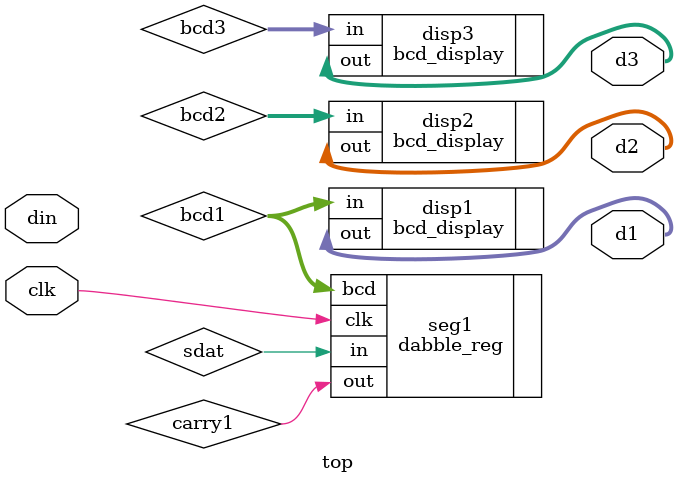
<source format=v>
`timescale 1ns / 1ps

module top(clk, din, d1, d2, d3);
	input clk;
	input din;
	output [6:0]d1;
	output [6:0]d2;
	output [6:0]d3;
	
	/*
	reg [3:0]bcd1;
	reg [3:0]bcd2;
	reg [3:0]bcd3;
	
	bcd_display disp1(
		.in(bcd1),
		.out(d1)
	);
	bcd_display disp2(
		.in(bcd2),
		.out(d2)
	);
	bcd_display disp3(
		.in(bcd3),
		.out(d3)
	);

	always @(posedge clk) begin
		bcd1 <= {bcd1[2:0], din};
		bcd2 <= {bcd2[2:0], bcd1[2]};
		bcd3 <= {bcd3[2:0], bcd2[2]};
	end
	*/
	
	//
	
	wire [3:0]bcd1;
	wire [3:0]bcd2;
	wire [3:0]bcd3;

	wire carry1;
	wire carry2;
	
	
	dabble_reg seg1(
		.clk(clk),
		.in(sdat),
		.bcd(bcd1),
		.out(carry1)
	);
	bcd_display disp1(
		.in(bcd1),
		.out(d1)
	);
	/*
	dabble_reg seg2(
		.clk(clk),
		.in(carry1),
		.bcd(bcd2),
		.out(carry2)
	);
	*/
	bcd_display disp2(
		.in(bcd2),
		.out(d2)
	);
	/*
	dabble_reg seg3(
		.clk(clk),
		.in(carry2),
		.bcd(bcd3)
	);
	*/
	bcd_display disp3(
		.in(bcd3),
		.out(d3)
	);
	/* counter //////////////////////////////////////
	
	reg [3:0]bcd1;
	reg [3:0]bcd2;
	reg [3:0]bcd3;
	
	always @(posedge clk) begin
		if (bcd1 == 15) begin
			bcd2 <= bcd2+1;
			bcd1 <= 0;
		end else begin
			bcd1 <= bcd1+1;
		end
		
		if (bcd2 == 15) begin
			bcd3 <= bcd3+1;
			bcd2 <= 0;
		end
	end
	
	bcd_display disp1(
		.in(bcd1),
		.out(d1)
	);
	bcd_display disp2(
		.in(bcd2),
		.out(d2)
	);
	bcd_display disp3(
		.in(bcd3),
		.out(d3)
	);
	*//////////////////////////////////////
endmodule

</source>
